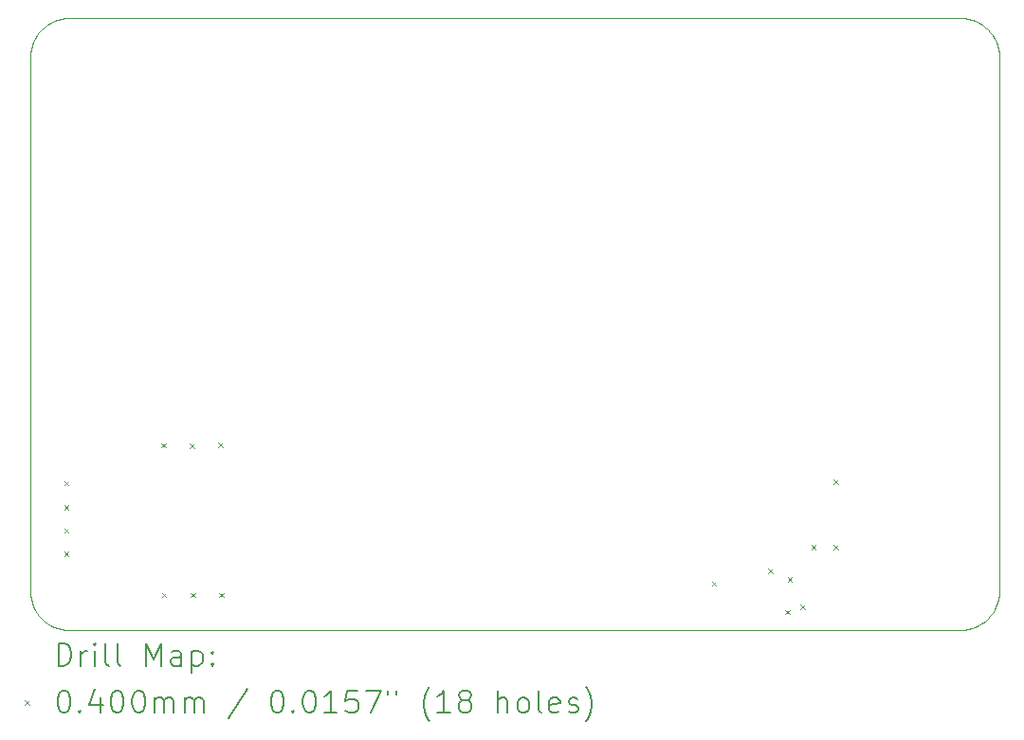
<source format=gbr>
%TF.GenerationSoftware,KiCad,Pcbnew,8.0.1*%
%TF.CreationDate,2024-06-02T23:47:47+02:00*%
%TF.ProjectId,Shawn_PCB_Business_card,53686177-6e5f-4504-9342-5f427573696e,rev?*%
%TF.SameCoordinates,Original*%
%TF.FileFunction,Drillmap*%
%TF.FilePolarity,Positive*%
%FSLAX45Y45*%
G04 Gerber Fmt 4.5, Leading zero omitted, Abs format (unit mm)*
G04 Created by KiCad (PCBNEW 8.0.1) date 2024-06-02 23:47:47*
%MOMM*%
%LPD*%
G01*
G04 APERTURE LIST*
%ADD10C,0.100000*%
%ADD11C,0.200000*%
G04 APERTURE END LIST*
D10*
X19310998Y-9506397D02*
X19316343Y-9471657D01*
X10674550Y-4595141D02*
X10669227Y-4629867D01*
X10727260Y-4470031D02*
X10709690Y-4498918D01*
X19165372Y-4375463D02*
X19136532Y-4357893D01*
X10945244Y-9778811D02*
X10979970Y-9784156D01*
X10725566Y-9631492D02*
X10745720Y-9658479D01*
X19275809Y-9602652D02*
X19290599Y-9572066D01*
X10693269Y-9572066D02*
X10707996Y-9602652D01*
X10793211Y-9705919D02*
X10820134Y-9726054D01*
X11015729Y-9785955D02*
X18968125Y-9785955D01*
X11017422Y-4315622D02*
X11017422Y-4315622D01*
X10981663Y-4317431D02*
X10946937Y-4322753D01*
X19217203Y-4418251D02*
X19192359Y-4395617D01*
X10849021Y-9743622D02*
X10879613Y-9758412D01*
X19005537Y-4317431D02*
X18969818Y-4315622D01*
X19073799Y-4331383D02*
X19040277Y-4322753D01*
X10881307Y-4343166D02*
X10850714Y-4357893D01*
X19163678Y-9726054D02*
X19190666Y-9705919D01*
X19277502Y-4498918D02*
X19259986Y-4470031D01*
X10681486Y-9539919D02*
X10693269Y-9572066D01*
X19192359Y-4395617D02*
X19165372Y-4375463D01*
X19316343Y-9471657D02*
X19318142Y-9435938D01*
X10770048Y-4418251D02*
X10747413Y-4443108D01*
X10667418Y-4665626D02*
X10664362Y-9435938D01*
X19318036Y-4629867D02*
X19312691Y-4595141D01*
X19072106Y-9770186D02*
X19104253Y-9758412D01*
X19290599Y-9572066D02*
X19302373Y-9539919D01*
X19040277Y-4322753D02*
X19005537Y-4317431D01*
X19238106Y-9658479D02*
X19258293Y-9631492D01*
X10913449Y-4331383D02*
X10881307Y-4343166D01*
X10745720Y-9658479D02*
X10768354Y-9683323D01*
X19136532Y-4357893D02*
X19105946Y-4343166D01*
X10979970Y-9784156D02*
X11015729Y-9785955D01*
X19134839Y-9743622D02*
X19163678Y-9726054D01*
X10911756Y-9770186D02*
X10945244Y-9778811D01*
X18969818Y-4315622D02*
X11017422Y-4315298D01*
X19003844Y-9784156D02*
X19038583Y-9778811D01*
X19319835Y-4665626D02*
X19318036Y-4629867D01*
X19259986Y-4470031D02*
X19239799Y-4443108D01*
X10694962Y-4529510D02*
X10683180Y-4561653D01*
X19105946Y-4343166D02*
X19073799Y-4331383D01*
X10768354Y-9683323D02*
X10793211Y-9705919D01*
X10946937Y-4322753D02*
X10913449Y-4331383D01*
X10747413Y-4443108D02*
X10727260Y-4470031D01*
X11017422Y-4315298D02*
X10981663Y-4317431D01*
X10683180Y-4561653D02*
X10674550Y-4595141D01*
X19318142Y-9435938D02*
X19319835Y-4665626D01*
X10707996Y-9602652D02*
X10725566Y-9631492D01*
X19215510Y-9683323D02*
X19238106Y-9658479D01*
X10664362Y-9435938D02*
X10667534Y-9471657D01*
X10672856Y-9506397D02*
X10681486Y-9539919D01*
X10709690Y-4498918D02*
X10694962Y-4529510D01*
X19292292Y-4529510D02*
X19277502Y-4498918D01*
X10667534Y-9471657D02*
X10672856Y-9506397D01*
X10879613Y-9758412D02*
X10911756Y-9770186D01*
X19258293Y-9631492D02*
X19275809Y-9602652D01*
X10669227Y-4629867D02*
X10667418Y-4665626D01*
X19312691Y-4595141D02*
X19304066Y-4561653D01*
X19239799Y-4443108D02*
X19217203Y-4418251D01*
X10820134Y-9726054D02*
X10849021Y-9743622D01*
X10850714Y-4357893D02*
X10821827Y-4375463D01*
X10821827Y-4375463D02*
X10794904Y-4395617D01*
X19302373Y-9539919D02*
X19310998Y-9506397D01*
X19304066Y-4561653D02*
X19292292Y-4529510D01*
X19190666Y-9705919D02*
X19215510Y-9683323D01*
X19104253Y-9758412D02*
X19134839Y-9743622D01*
X19038583Y-9778811D02*
X19072106Y-9770186D01*
X10794904Y-4395617D02*
X10770048Y-4418251D01*
X18968125Y-9785955D02*
X19003844Y-9784156D01*
D11*
D10*
X10968040Y-8450900D02*
X11008040Y-8490900D01*
X11008040Y-8450900D02*
X10968040Y-8490900D01*
X10968040Y-8666800D02*
X11008040Y-8706800D01*
X11008040Y-8666800D02*
X10968040Y-8706800D01*
X10968040Y-8875080D02*
X11008040Y-8915080D01*
X11008040Y-8875080D02*
X10968040Y-8915080D01*
X10968040Y-9083360D02*
X11008040Y-9123360D01*
X11008040Y-9083360D02*
X10968040Y-9123360D01*
X11836720Y-8113080D02*
X11876720Y-8153080D01*
X11876720Y-8113080D02*
X11836720Y-8153080D01*
X11841800Y-9451660D02*
X11881800Y-9491660D01*
X11881800Y-9451660D02*
X11841800Y-9491660D01*
X12090720Y-8115620D02*
X12130720Y-8155620D01*
X12130720Y-8115620D02*
X12090720Y-8155620D01*
X12100880Y-9451660D02*
X12140880Y-9491660D01*
X12140880Y-9451660D02*
X12100880Y-9491660D01*
X12347260Y-8110540D02*
X12387260Y-8150540D01*
X12387260Y-8110540D02*
X12347260Y-8150540D01*
X12352340Y-9451660D02*
X12392340Y-9491660D01*
X12392340Y-9451660D02*
X12352340Y-9491660D01*
X16751620Y-9350060D02*
X16791620Y-9390060D01*
X16791620Y-9350060D02*
X16751620Y-9390060D01*
X17257075Y-9236839D02*
X17297075Y-9276839D01*
X17297075Y-9236839D02*
X17257075Y-9276839D01*
X17408163Y-9603182D02*
X17448163Y-9643182D01*
X17448163Y-9603182D02*
X17408163Y-9643182D01*
X17429800Y-9309420D02*
X17469800Y-9349420D01*
X17469800Y-9309420D02*
X17429800Y-9349420D01*
X17546484Y-9555788D02*
X17586484Y-9595788D01*
X17586484Y-9555788D02*
X17546484Y-9595788D01*
X17641255Y-9025609D02*
X17681255Y-9065609D01*
X17681255Y-9025609D02*
X17641255Y-9065609D01*
X17841407Y-8440647D02*
X17881407Y-8480647D01*
X17881407Y-8440647D02*
X17841407Y-8480647D01*
X17841407Y-9025609D02*
X17881407Y-9065609D01*
X17881407Y-9025609D02*
X17841407Y-9065609D01*
D11*
X10920139Y-10102439D02*
X10920139Y-9902439D01*
X10920139Y-9902439D02*
X10967758Y-9902439D01*
X10967758Y-9902439D02*
X10996329Y-9911963D01*
X10996329Y-9911963D02*
X11015377Y-9931010D01*
X11015377Y-9931010D02*
X11024901Y-9950058D01*
X11024901Y-9950058D02*
X11034424Y-9988153D01*
X11034424Y-9988153D02*
X11034424Y-10016725D01*
X11034424Y-10016725D02*
X11024901Y-10054820D01*
X11024901Y-10054820D02*
X11015377Y-10073867D01*
X11015377Y-10073867D02*
X10996329Y-10092915D01*
X10996329Y-10092915D02*
X10967758Y-10102439D01*
X10967758Y-10102439D02*
X10920139Y-10102439D01*
X11120139Y-10102439D02*
X11120139Y-9969106D01*
X11120139Y-10007201D02*
X11129662Y-9988153D01*
X11129662Y-9988153D02*
X11139186Y-9978629D01*
X11139186Y-9978629D02*
X11158234Y-9969106D01*
X11158234Y-9969106D02*
X11177282Y-9969106D01*
X11243948Y-10102439D02*
X11243948Y-9969106D01*
X11243948Y-9902439D02*
X11234424Y-9911963D01*
X11234424Y-9911963D02*
X11243948Y-9921487D01*
X11243948Y-9921487D02*
X11253472Y-9911963D01*
X11253472Y-9911963D02*
X11243948Y-9902439D01*
X11243948Y-9902439D02*
X11243948Y-9921487D01*
X11367758Y-10102439D02*
X11348710Y-10092915D01*
X11348710Y-10092915D02*
X11339186Y-10073867D01*
X11339186Y-10073867D02*
X11339186Y-9902439D01*
X11472519Y-10102439D02*
X11453472Y-10092915D01*
X11453472Y-10092915D02*
X11443948Y-10073867D01*
X11443948Y-10073867D02*
X11443948Y-9902439D01*
X11701091Y-10102439D02*
X11701091Y-9902439D01*
X11701091Y-9902439D02*
X11767758Y-10045296D01*
X11767758Y-10045296D02*
X11834424Y-9902439D01*
X11834424Y-9902439D02*
X11834424Y-10102439D01*
X12015377Y-10102439D02*
X12015377Y-9997677D01*
X12015377Y-9997677D02*
X12005853Y-9978629D01*
X12005853Y-9978629D02*
X11986805Y-9969106D01*
X11986805Y-9969106D02*
X11948710Y-9969106D01*
X11948710Y-9969106D02*
X11929662Y-9978629D01*
X12015377Y-10092915D02*
X11996329Y-10102439D01*
X11996329Y-10102439D02*
X11948710Y-10102439D01*
X11948710Y-10102439D02*
X11929662Y-10092915D01*
X11929662Y-10092915D02*
X11920139Y-10073867D01*
X11920139Y-10073867D02*
X11920139Y-10054820D01*
X11920139Y-10054820D02*
X11929662Y-10035772D01*
X11929662Y-10035772D02*
X11948710Y-10026248D01*
X11948710Y-10026248D02*
X11996329Y-10026248D01*
X11996329Y-10026248D02*
X12015377Y-10016725D01*
X12110615Y-9969106D02*
X12110615Y-10169106D01*
X12110615Y-9978629D02*
X12129662Y-9969106D01*
X12129662Y-9969106D02*
X12167758Y-9969106D01*
X12167758Y-9969106D02*
X12186805Y-9978629D01*
X12186805Y-9978629D02*
X12196329Y-9988153D01*
X12196329Y-9988153D02*
X12205853Y-10007201D01*
X12205853Y-10007201D02*
X12205853Y-10064344D01*
X12205853Y-10064344D02*
X12196329Y-10083391D01*
X12196329Y-10083391D02*
X12186805Y-10092915D01*
X12186805Y-10092915D02*
X12167758Y-10102439D01*
X12167758Y-10102439D02*
X12129662Y-10102439D01*
X12129662Y-10102439D02*
X12110615Y-10092915D01*
X12291567Y-10083391D02*
X12301091Y-10092915D01*
X12301091Y-10092915D02*
X12291567Y-10102439D01*
X12291567Y-10102439D02*
X12282043Y-10092915D01*
X12282043Y-10092915D02*
X12291567Y-10083391D01*
X12291567Y-10083391D02*
X12291567Y-10102439D01*
X12291567Y-9978629D02*
X12301091Y-9988153D01*
X12301091Y-9988153D02*
X12291567Y-9997677D01*
X12291567Y-9997677D02*
X12282043Y-9988153D01*
X12282043Y-9988153D02*
X12291567Y-9978629D01*
X12291567Y-9978629D02*
X12291567Y-9997677D01*
D10*
X10619362Y-10410955D02*
X10659362Y-10450955D01*
X10659362Y-10410955D02*
X10619362Y-10450955D01*
D11*
X10958234Y-10322439D02*
X10977282Y-10322439D01*
X10977282Y-10322439D02*
X10996329Y-10331963D01*
X10996329Y-10331963D02*
X11005853Y-10341487D01*
X11005853Y-10341487D02*
X11015377Y-10360534D01*
X11015377Y-10360534D02*
X11024901Y-10398629D01*
X11024901Y-10398629D02*
X11024901Y-10446248D01*
X11024901Y-10446248D02*
X11015377Y-10484344D01*
X11015377Y-10484344D02*
X11005853Y-10503391D01*
X11005853Y-10503391D02*
X10996329Y-10512915D01*
X10996329Y-10512915D02*
X10977282Y-10522439D01*
X10977282Y-10522439D02*
X10958234Y-10522439D01*
X10958234Y-10522439D02*
X10939186Y-10512915D01*
X10939186Y-10512915D02*
X10929662Y-10503391D01*
X10929662Y-10503391D02*
X10920139Y-10484344D01*
X10920139Y-10484344D02*
X10910615Y-10446248D01*
X10910615Y-10446248D02*
X10910615Y-10398629D01*
X10910615Y-10398629D02*
X10920139Y-10360534D01*
X10920139Y-10360534D02*
X10929662Y-10341487D01*
X10929662Y-10341487D02*
X10939186Y-10331963D01*
X10939186Y-10331963D02*
X10958234Y-10322439D01*
X11110615Y-10503391D02*
X11120139Y-10512915D01*
X11120139Y-10512915D02*
X11110615Y-10522439D01*
X11110615Y-10522439D02*
X11101091Y-10512915D01*
X11101091Y-10512915D02*
X11110615Y-10503391D01*
X11110615Y-10503391D02*
X11110615Y-10522439D01*
X11291567Y-10389106D02*
X11291567Y-10522439D01*
X11243948Y-10312915D02*
X11196329Y-10455772D01*
X11196329Y-10455772D02*
X11320139Y-10455772D01*
X11434424Y-10322439D02*
X11453472Y-10322439D01*
X11453472Y-10322439D02*
X11472520Y-10331963D01*
X11472520Y-10331963D02*
X11482043Y-10341487D01*
X11482043Y-10341487D02*
X11491567Y-10360534D01*
X11491567Y-10360534D02*
X11501091Y-10398629D01*
X11501091Y-10398629D02*
X11501091Y-10446248D01*
X11501091Y-10446248D02*
X11491567Y-10484344D01*
X11491567Y-10484344D02*
X11482043Y-10503391D01*
X11482043Y-10503391D02*
X11472520Y-10512915D01*
X11472520Y-10512915D02*
X11453472Y-10522439D01*
X11453472Y-10522439D02*
X11434424Y-10522439D01*
X11434424Y-10522439D02*
X11415377Y-10512915D01*
X11415377Y-10512915D02*
X11405853Y-10503391D01*
X11405853Y-10503391D02*
X11396329Y-10484344D01*
X11396329Y-10484344D02*
X11386805Y-10446248D01*
X11386805Y-10446248D02*
X11386805Y-10398629D01*
X11386805Y-10398629D02*
X11396329Y-10360534D01*
X11396329Y-10360534D02*
X11405853Y-10341487D01*
X11405853Y-10341487D02*
X11415377Y-10331963D01*
X11415377Y-10331963D02*
X11434424Y-10322439D01*
X11624900Y-10322439D02*
X11643948Y-10322439D01*
X11643948Y-10322439D02*
X11662996Y-10331963D01*
X11662996Y-10331963D02*
X11672520Y-10341487D01*
X11672520Y-10341487D02*
X11682043Y-10360534D01*
X11682043Y-10360534D02*
X11691567Y-10398629D01*
X11691567Y-10398629D02*
X11691567Y-10446248D01*
X11691567Y-10446248D02*
X11682043Y-10484344D01*
X11682043Y-10484344D02*
X11672520Y-10503391D01*
X11672520Y-10503391D02*
X11662996Y-10512915D01*
X11662996Y-10512915D02*
X11643948Y-10522439D01*
X11643948Y-10522439D02*
X11624900Y-10522439D01*
X11624900Y-10522439D02*
X11605853Y-10512915D01*
X11605853Y-10512915D02*
X11596329Y-10503391D01*
X11596329Y-10503391D02*
X11586805Y-10484344D01*
X11586805Y-10484344D02*
X11577281Y-10446248D01*
X11577281Y-10446248D02*
X11577281Y-10398629D01*
X11577281Y-10398629D02*
X11586805Y-10360534D01*
X11586805Y-10360534D02*
X11596329Y-10341487D01*
X11596329Y-10341487D02*
X11605853Y-10331963D01*
X11605853Y-10331963D02*
X11624900Y-10322439D01*
X11777281Y-10522439D02*
X11777281Y-10389106D01*
X11777281Y-10408153D02*
X11786805Y-10398629D01*
X11786805Y-10398629D02*
X11805853Y-10389106D01*
X11805853Y-10389106D02*
X11834424Y-10389106D01*
X11834424Y-10389106D02*
X11853472Y-10398629D01*
X11853472Y-10398629D02*
X11862996Y-10417677D01*
X11862996Y-10417677D02*
X11862996Y-10522439D01*
X11862996Y-10417677D02*
X11872520Y-10398629D01*
X11872520Y-10398629D02*
X11891567Y-10389106D01*
X11891567Y-10389106D02*
X11920139Y-10389106D01*
X11920139Y-10389106D02*
X11939186Y-10398629D01*
X11939186Y-10398629D02*
X11948710Y-10417677D01*
X11948710Y-10417677D02*
X11948710Y-10522439D01*
X12043948Y-10522439D02*
X12043948Y-10389106D01*
X12043948Y-10408153D02*
X12053472Y-10398629D01*
X12053472Y-10398629D02*
X12072520Y-10389106D01*
X12072520Y-10389106D02*
X12101091Y-10389106D01*
X12101091Y-10389106D02*
X12120139Y-10398629D01*
X12120139Y-10398629D02*
X12129662Y-10417677D01*
X12129662Y-10417677D02*
X12129662Y-10522439D01*
X12129662Y-10417677D02*
X12139186Y-10398629D01*
X12139186Y-10398629D02*
X12158234Y-10389106D01*
X12158234Y-10389106D02*
X12186805Y-10389106D01*
X12186805Y-10389106D02*
X12205853Y-10398629D01*
X12205853Y-10398629D02*
X12215377Y-10417677D01*
X12215377Y-10417677D02*
X12215377Y-10522439D01*
X12605853Y-10312915D02*
X12434424Y-10570058D01*
X12862996Y-10322439D02*
X12882044Y-10322439D01*
X12882044Y-10322439D02*
X12901091Y-10331963D01*
X12901091Y-10331963D02*
X12910615Y-10341487D01*
X12910615Y-10341487D02*
X12920139Y-10360534D01*
X12920139Y-10360534D02*
X12929663Y-10398629D01*
X12929663Y-10398629D02*
X12929663Y-10446248D01*
X12929663Y-10446248D02*
X12920139Y-10484344D01*
X12920139Y-10484344D02*
X12910615Y-10503391D01*
X12910615Y-10503391D02*
X12901091Y-10512915D01*
X12901091Y-10512915D02*
X12882044Y-10522439D01*
X12882044Y-10522439D02*
X12862996Y-10522439D01*
X12862996Y-10522439D02*
X12843948Y-10512915D01*
X12843948Y-10512915D02*
X12834424Y-10503391D01*
X12834424Y-10503391D02*
X12824901Y-10484344D01*
X12824901Y-10484344D02*
X12815377Y-10446248D01*
X12815377Y-10446248D02*
X12815377Y-10398629D01*
X12815377Y-10398629D02*
X12824901Y-10360534D01*
X12824901Y-10360534D02*
X12834424Y-10341487D01*
X12834424Y-10341487D02*
X12843948Y-10331963D01*
X12843948Y-10331963D02*
X12862996Y-10322439D01*
X13015377Y-10503391D02*
X13024901Y-10512915D01*
X13024901Y-10512915D02*
X13015377Y-10522439D01*
X13015377Y-10522439D02*
X13005853Y-10512915D01*
X13005853Y-10512915D02*
X13015377Y-10503391D01*
X13015377Y-10503391D02*
X13015377Y-10522439D01*
X13148710Y-10322439D02*
X13167758Y-10322439D01*
X13167758Y-10322439D02*
X13186805Y-10331963D01*
X13186805Y-10331963D02*
X13196329Y-10341487D01*
X13196329Y-10341487D02*
X13205853Y-10360534D01*
X13205853Y-10360534D02*
X13215377Y-10398629D01*
X13215377Y-10398629D02*
X13215377Y-10446248D01*
X13215377Y-10446248D02*
X13205853Y-10484344D01*
X13205853Y-10484344D02*
X13196329Y-10503391D01*
X13196329Y-10503391D02*
X13186805Y-10512915D01*
X13186805Y-10512915D02*
X13167758Y-10522439D01*
X13167758Y-10522439D02*
X13148710Y-10522439D01*
X13148710Y-10522439D02*
X13129663Y-10512915D01*
X13129663Y-10512915D02*
X13120139Y-10503391D01*
X13120139Y-10503391D02*
X13110615Y-10484344D01*
X13110615Y-10484344D02*
X13101091Y-10446248D01*
X13101091Y-10446248D02*
X13101091Y-10398629D01*
X13101091Y-10398629D02*
X13110615Y-10360534D01*
X13110615Y-10360534D02*
X13120139Y-10341487D01*
X13120139Y-10341487D02*
X13129663Y-10331963D01*
X13129663Y-10331963D02*
X13148710Y-10322439D01*
X13405853Y-10522439D02*
X13291567Y-10522439D01*
X13348710Y-10522439D02*
X13348710Y-10322439D01*
X13348710Y-10322439D02*
X13329663Y-10351010D01*
X13329663Y-10351010D02*
X13310615Y-10370058D01*
X13310615Y-10370058D02*
X13291567Y-10379582D01*
X13586805Y-10322439D02*
X13491567Y-10322439D01*
X13491567Y-10322439D02*
X13482044Y-10417677D01*
X13482044Y-10417677D02*
X13491567Y-10408153D01*
X13491567Y-10408153D02*
X13510615Y-10398629D01*
X13510615Y-10398629D02*
X13558234Y-10398629D01*
X13558234Y-10398629D02*
X13577282Y-10408153D01*
X13577282Y-10408153D02*
X13586805Y-10417677D01*
X13586805Y-10417677D02*
X13596329Y-10436725D01*
X13596329Y-10436725D02*
X13596329Y-10484344D01*
X13596329Y-10484344D02*
X13586805Y-10503391D01*
X13586805Y-10503391D02*
X13577282Y-10512915D01*
X13577282Y-10512915D02*
X13558234Y-10522439D01*
X13558234Y-10522439D02*
X13510615Y-10522439D01*
X13510615Y-10522439D02*
X13491567Y-10512915D01*
X13491567Y-10512915D02*
X13482044Y-10503391D01*
X13662996Y-10322439D02*
X13796329Y-10322439D01*
X13796329Y-10322439D02*
X13710615Y-10522439D01*
X13862996Y-10322439D02*
X13862996Y-10360534D01*
X13939186Y-10322439D02*
X13939186Y-10360534D01*
X14234425Y-10598629D02*
X14224901Y-10589106D01*
X14224901Y-10589106D02*
X14205853Y-10560534D01*
X14205853Y-10560534D02*
X14196329Y-10541487D01*
X14196329Y-10541487D02*
X14186806Y-10512915D01*
X14186806Y-10512915D02*
X14177282Y-10465296D01*
X14177282Y-10465296D02*
X14177282Y-10427201D01*
X14177282Y-10427201D02*
X14186806Y-10379582D01*
X14186806Y-10379582D02*
X14196329Y-10351010D01*
X14196329Y-10351010D02*
X14205853Y-10331963D01*
X14205853Y-10331963D02*
X14224901Y-10303391D01*
X14224901Y-10303391D02*
X14234425Y-10293867D01*
X14415377Y-10522439D02*
X14301091Y-10522439D01*
X14358234Y-10522439D02*
X14358234Y-10322439D01*
X14358234Y-10322439D02*
X14339186Y-10351010D01*
X14339186Y-10351010D02*
X14320139Y-10370058D01*
X14320139Y-10370058D02*
X14301091Y-10379582D01*
X14529663Y-10408153D02*
X14510615Y-10398629D01*
X14510615Y-10398629D02*
X14501091Y-10389106D01*
X14501091Y-10389106D02*
X14491567Y-10370058D01*
X14491567Y-10370058D02*
X14491567Y-10360534D01*
X14491567Y-10360534D02*
X14501091Y-10341487D01*
X14501091Y-10341487D02*
X14510615Y-10331963D01*
X14510615Y-10331963D02*
X14529663Y-10322439D01*
X14529663Y-10322439D02*
X14567758Y-10322439D01*
X14567758Y-10322439D02*
X14586806Y-10331963D01*
X14586806Y-10331963D02*
X14596329Y-10341487D01*
X14596329Y-10341487D02*
X14605853Y-10360534D01*
X14605853Y-10360534D02*
X14605853Y-10370058D01*
X14605853Y-10370058D02*
X14596329Y-10389106D01*
X14596329Y-10389106D02*
X14586806Y-10398629D01*
X14586806Y-10398629D02*
X14567758Y-10408153D01*
X14567758Y-10408153D02*
X14529663Y-10408153D01*
X14529663Y-10408153D02*
X14510615Y-10417677D01*
X14510615Y-10417677D02*
X14501091Y-10427201D01*
X14501091Y-10427201D02*
X14491567Y-10446248D01*
X14491567Y-10446248D02*
X14491567Y-10484344D01*
X14491567Y-10484344D02*
X14501091Y-10503391D01*
X14501091Y-10503391D02*
X14510615Y-10512915D01*
X14510615Y-10512915D02*
X14529663Y-10522439D01*
X14529663Y-10522439D02*
X14567758Y-10522439D01*
X14567758Y-10522439D02*
X14586806Y-10512915D01*
X14586806Y-10512915D02*
X14596329Y-10503391D01*
X14596329Y-10503391D02*
X14605853Y-10484344D01*
X14605853Y-10484344D02*
X14605853Y-10446248D01*
X14605853Y-10446248D02*
X14596329Y-10427201D01*
X14596329Y-10427201D02*
X14586806Y-10417677D01*
X14586806Y-10417677D02*
X14567758Y-10408153D01*
X14843948Y-10522439D02*
X14843948Y-10322439D01*
X14929663Y-10522439D02*
X14929663Y-10417677D01*
X14929663Y-10417677D02*
X14920139Y-10398629D01*
X14920139Y-10398629D02*
X14901091Y-10389106D01*
X14901091Y-10389106D02*
X14872520Y-10389106D01*
X14872520Y-10389106D02*
X14853472Y-10398629D01*
X14853472Y-10398629D02*
X14843948Y-10408153D01*
X15053472Y-10522439D02*
X15034425Y-10512915D01*
X15034425Y-10512915D02*
X15024901Y-10503391D01*
X15024901Y-10503391D02*
X15015377Y-10484344D01*
X15015377Y-10484344D02*
X15015377Y-10427201D01*
X15015377Y-10427201D02*
X15024901Y-10408153D01*
X15024901Y-10408153D02*
X15034425Y-10398629D01*
X15034425Y-10398629D02*
X15053472Y-10389106D01*
X15053472Y-10389106D02*
X15082044Y-10389106D01*
X15082044Y-10389106D02*
X15101091Y-10398629D01*
X15101091Y-10398629D02*
X15110615Y-10408153D01*
X15110615Y-10408153D02*
X15120139Y-10427201D01*
X15120139Y-10427201D02*
X15120139Y-10484344D01*
X15120139Y-10484344D02*
X15110615Y-10503391D01*
X15110615Y-10503391D02*
X15101091Y-10512915D01*
X15101091Y-10512915D02*
X15082044Y-10522439D01*
X15082044Y-10522439D02*
X15053472Y-10522439D01*
X15234425Y-10522439D02*
X15215377Y-10512915D01*
X15215377Y-10512915D02*
X15205853Y-10493867D01*
X15205853Y-10493867D02*
X15205853Y-10322439D01*
X15386806Y-10512915D02*
X15367758Y-10522439D01*
X15367758Y-10522439D02*
X15329663Y-10522439D01*
X15329663Y-10522439D02*
X15310615Y-10512915D01*
X15310615Y-10512915D02*
X15301091Y-10493867D01*
X15301091Y-10493867D02*
X15301091Y-10417677D01*
X15301091Y-10417677D02*
X15310615Y-10398629D01*
X15310615Y-10398629D02*
X15329663Y-10389106D01*
X15329663Y-10389106D02*
X15367758Y-10389106D01*
X15367758Y-10389106D02*
X15386806Y-10398629D01*
X15386806Y-10398629D02*
X15396329Y-10417677D01*
X15396329Y-10417677D02*
X15396329Y-10436725D01*
X15396329Y-10436725D02*
X15301091Y-10455772D01*
X15472520Y-10512915D02*
X15491568Y-10522439D01*
X15491568Y-10522439D02*
X15529663Y-10522439D01*
X15529663Y-10522439D02*
X15548710Y-10512915D01*
X15548710Y-10512915D02*
X15558234Y-10493867D01*
X15558234Y-10493867D02*
X15558234Y-10484344D01*
X15558234Y-10484344D02*
X15548710Y-10465296D01*
X15548710Y-10465296D02*
X15529663Y-10455772D01*
X15529663Y-10455772D02*
X15501091Y-10455772D01*
X15501091Y-10455772D02*
X15482044Y-10446248D01*
X15482044Y-10446248D02*
X15472520Y-10427201D01*
X15472520Y-10427201D02*
X15472520Y-10417677D01*
X15472520Y-10417677D02*
X15482044Y-10398629D01*
X15482044Y-10398629D02*
X15501091Y-10389106D01*
X15501091Y-10389106D02*
X15529663Y-10389106D01*
X15529663Y-10389106D02*
X15548710Y-10398629D01*
X15624901Y-10598629D02*
X15634425Y-10589106D01*
X15634425Y-10589106D02*
X15653472Y-10560534D01*
X15653472Y-10560534D02*
X15662996Y-10541487D01*
X15662996Y-10541487D02*
X15672520Y-10512915D01*
X15672520Y-10512915D02*
X15682044Y-10465296D01*
X15682044Y-10465296D02*
X15682044Y-10427201D01*
X15682044Y-10427201D02*
X15672520Y-10379582D01*
X15672520Y-10379582D02*
X15662996Y-10351010D01*
X15662996Y-10351010D02*
X15653472Y-10331963D01*
X15653472Y-10331963D02*
X15634425Y-10303391D01*
X15634425Y-10303391D02*
X15624901Y-10293867D01*
M02*

</source>
